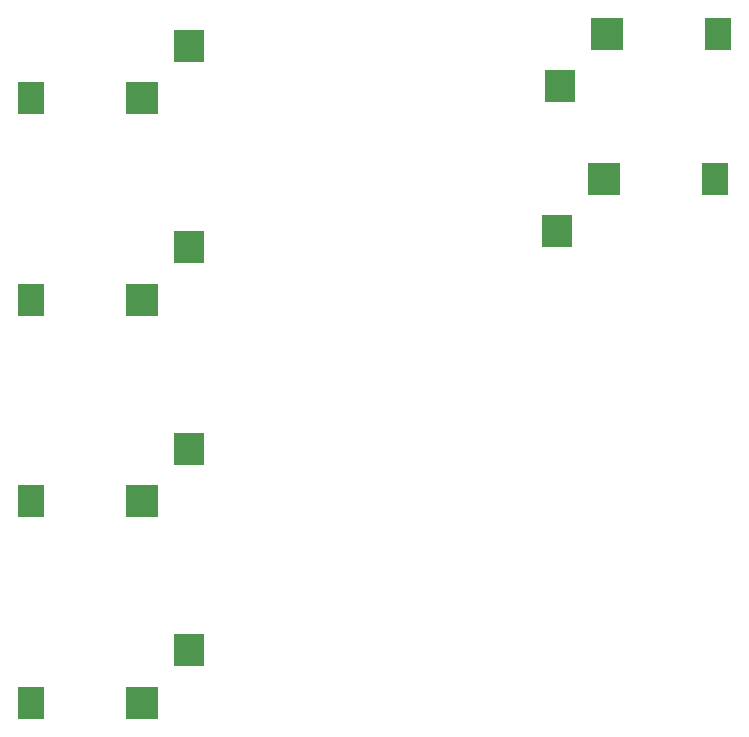
<source format=gbr>
G04 #@! TF.GenerationSoftware,KiCad,Pcbnew,(5.0.1)-rc2*
G04 #@! TF.CreationDate,2019-01-13T23:04:29-05:00*
G04 #@! TF.ProjectId,mixer,6D697865722E6B696361645F70636200,rev?*
G04 #@! TF.SameCoordinates,Original*
G04 #@! TF.FileFunction,Paste,Top*
G04 #@! TF.FilePolarity,Positive*
%FSLAX46Y46*%
G04 Gerber Fmt 4.6, Leading zero omitted, Abs format (unit mm)*
G04 Created by KiCad (PCBNEW (5.0.1)-rc2) date 1/13/2019 11:04:29 PM*
%MOMM*%
%LPD*%
G01*
G04 APERTURE LIST*
%ADD10R,2.600000X2.800000*%
%ADD11R,2.800000X2.800000*%
%ADD12R,2.200000X2.800000*%
G04 APERTURE END LIST*
D10*
G04 #@! TO.C,J1*
X113604400Y-48983200D03*
D11*
X109604400Y-53433200D03*
D12*
X100204400Y-53433200D03*
G04 #@! TD*
G04 #@! TO.C,J2*
X100204400Y-70493533D03*
D11*
X109604400Y-70493533D03*
D10*
X113604400Y-66043533D03*
G04 #@! TD*
D12*
G04 #@! TO.C,J3*
X100204400Y-87553866D03*
D11*
X109604400Y-87553866D03*
D10*
X113604400Y-83103866D03*
G04 #@! TD*
D12*
G04 #@! TO.C,J4*
X100204400Y-104614200D03*
D11*
X109604400Y-104614200D03*
D10*
X113604400Y-100164200D03*
G04 #@! TD*
G04 #@! TO.C,J6*
X144993000Y-52413600D03*
D11*
X148993000Y-47963600D03*
D12*
X158393000Y-47963600D03*
G04 #@! TD*
D10*
G04 #@! TO.C,J7*
X144713600Y-64681800D03*
D11*
X148713600Y-60231800D03*
D12*
X158113600Y-60231800D03*
G04 #@! TD*
M02*

</source>
